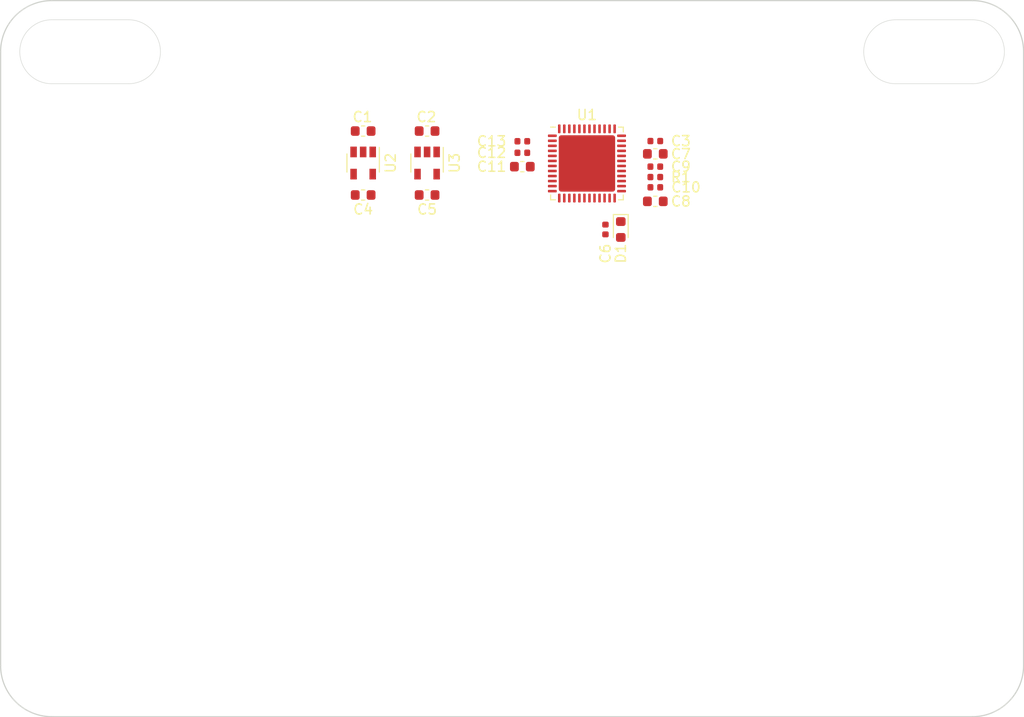
<source format=kicad_pcb>
(kicad_pcb (version 20171130) (host pcbnew "(6.0.0-rc1-dev-657-gafd518d1e)")

  (general
    (thickness 1.6)
    (drawings 16)
    (tracks 0)
    (zones 0)
    (modules 18)
    (nets 50)
  )

  (page A4)
  (layers
    (0 F.Cu signal)
    (31 B.Cu signal)
    (32 B.Adhes user)
    (33 F.Adhes user)
    (34 B.Paste user)
    (35 F.Paste user)
    (36 B.SilkS user)
    (37 F.SilkS user)
    (38 B.Mask user)
    (39 F.Mask user)
    (40 Dwgs.User user)
    (41 Cmts.User user)
    (42 Eco1.User user)
    (43 Eco2.User user)
    (44 Edge.Cuts user)
    (45 Margin user)
    (46 B.CrtYd user)
    (47 F.CrtYd user)
    (48 B.Fab user)
    (49 F.Fab user hide)
  )

  (setup
    (last_trace_width 0.25)
    (trace_clearance 0.2)
    (zone_clearance 0.508)
    (zone_45_only no)
    (trace_min 0.2)
    (via_size 0.8)
    (via_drill 0.4)
    (via_min_size 0.4)
    (via_min_drill 0.3)
    (uvia_size 0.3)
    (uvia_drill 0.1)
    (uvias_allowed no)
    (uvia_min_size 0.2)
    (uvia_min_drill 0.1)
    (edge_width 0.05)
    (segment_width 0.2)
    (pcb_text_width 0.3)
    (pcb_text_size 1.5 1.5)
    (mod_edge_width 0.12)
    (mod_text_size 1 1)
    (mod_text_width 0.15)
    (pad_size 1.524 1.524)
    (pad_drill 0.762)
    (pad_to_mask_clearance 0.051)
    (solder_mask_min_width 0.25)
    (aux_axis_origin 0 0)
    (visible_elements FFFFFF7F)
    (pcbplotparams
      (layerselection 0x010fc_ffffffff)
      (usegerberextensions false)
      (usegerberattributes false)
      (usegerberadvancedattributes false)
      (creategerberjobfile false)
      (excludeedgelayer true)
      (linewidth 0.100000)
      (plotframeref false)
      (viasonmask false)
      (mode 1)
      (useauxorigin false)
      (hpglpennumber 1)
      (hpglpenspeed 20)
      (hpglpendiameter 15.000000)
      (psnegative false)
      (psa4output false)
      (plotreference true)
      (plotvalue true)
      (plotinvisibletext false)
      (padsonsilk false)
      (subtractmaskfromsilk false)
      (outputformat 1)
      (mirror false)
      (drillshape 1)
      (scaleselection 1)
      (outputdirectory ""))
  )

  (net 0 "")
  (net 1 "Net-(U1-Pad48)")
  (net 2 "Net-(U1-Pad47)")
  (net 3 "Net-(U1-Pad46)")
  (net 4 "Net-(U1-Pad45)")
  (net 5 "Net-(U1-Pad44)")
  (net 6 "Net-(U1-Pad43)")
  (net 7 "Net-(U1-Pad42)")
  (net 8 "Net-(U1-Pad41)")
  (net 9 "Net-(U1-Pad40)")
  (net 10 "Net-(U1-Pad39)")
  (net 11 "Net-(U1-Pad38)")
  (net 12 "Net-(U1-Pad37)")
  (net 13 "Net-(U1-Pad36)")
  (net 14 "Net-(U1-Pad35)")
  (net 15 "Net-(U1-Pad34)")
  (net 16 "Net-(U1-Pad32)")
  (net 17 "Net-(U1-Pad31)")
  (net 18 "Net-(U1-Pad28)")
  (net 19 "Net-(U1-Pad27)")
  (net 20 "Net-(U1-Pad26)")
  (net 21 "Net-(U1-Pad25)")
  (net 22 "Net-(U1-Pad23)")
  (net 23 "Net-(U1-Pad21)")
  (net 24 "Net-(U1-Pad20)")
  (net 25 "Net-(U1-Pad19)")
  (net 26 "Net-(U1-Pad18)")
  (net 27 "Net-(U1-Pad17)")
  (net 28 "Net-(U1-Pad16)")
  (net 29 "Net-(U1-Pad15)")
  (net 30 "Net-(U1-Pad14)")
  (net 31 "Net-(U1-Pad13)")
  (net 32 "Net-(U1-Pad12)")
  (net 33 "Net-(U1-Pad11)")
  (net 34 "Net-(U1-Pad10)")
  (net 35 "Net-(U1-Pad9)")
  (net 36 "Net-(U1-Pad8)")
  (net 37 "Net-(U1-Pad7)")
  (net 38 "Net-(U1-Pad6)")
  (net 39 "Net-(U1-Pad4)")
  (net 40 "Net-(U1-Pad3)")
  (net 41 "Net-(U1-Pad2)")
  (net 42 GND)
  (net 43 +5V)
  (net 44 +3V3)
  (net 45 +1V2)
  (net 46 "Net-(C10-Pad1)")
  (net 47 "Net-(D1-Pad1)")
  (net 48 "Net-(U2-Pad4)")
  (net 49 "Net-(U3-Pad4)")

  (net_class Default "This is the default net class."
    (clearance 0.2)
    (trace_width 0.25)
    (via_dia 0.8)
    (via_drill 0.4)
    (uvia_dia 0.3)
    (uvia_drill 0.1)
    (add_net +1V2)
    (add_net +3V3)
    (add_net +5V)
    (add_net GND)
    (add_net "Net-(C10-Pad1)")
    (add_net "Net-(D1-Pad1)")
    (add_net "Net-(U1-Pad10)")
    (add_net "Net-(U1-Pad11)")
    (add_net "Net-(U1-Pad12)")
    (add_net "Net-(U1-Pad13)")
    (add_net "Net-(U1-Pad14)")
    (add_net "Net-(U1-Pad15)")
    (add_net "Net-(U1-Pad16)")
    (add_net "Net-(U1-Pad17)")
    (add_net "Net-(U1-Pad18)")
    (add_net "Net-(U1-Pad19)")
    (add_net "Net-(U1-Pad2)")
    (add_net "Net-(U1-Pad20)")
    (add_net "Net-(U1-Pad21)")
    (add_net "Net-(U1-Pad23)")
    (add_net "Net-(U1-Pad25)")
    (add_net "Net-(U1-Pad26)")
    (add_net "Net-(U1-Pad27)")
    (add_net "Net-(U1-Pad28)")
    (add_net "Net-(U1-Pad3)")
    (add_net "Net-(U1-Pad31)")
    (add_net "Net-(U1-Pad32)")
    (add_net "Net-(U1-Pad34)")
    (add_net "Net-(U1-Pad35)")
    (add_net "Net-(U1-Pad36)")
    (add_net "Net-(U1-Pad37)")
    (add_net "Net-(U1-Pad38)")
    (add_net "Net-(U1-Pad39)")
    (add_net "Net-(U1-Pad4)")
    (add_net "Net-(U1-Pad40)")
    (add_net "Net-(U1-Pad41)")
    (add_net "Net-(U1-Pad42)")
    (add_net "Net-(U1-Pad43)")
    (add_net "Net-(U1-Pad44)")
    (add_net "Net-(U1-Pad45)")
    (add_net "Net-(U1-Pad46)")
    (add_net "Net-(U1-Pad47)")
    (add_net "Net-(U1-Pad48)")
    (add_net "Net-(U1-Pad6)")
    (add_net "Net-(U1-Pad7)")
    (add_net "Net-(U1-Pad8)")
    (add_net "Net-(U1-Pad9)")
    (add_net "Net-(U2-Pad4)")
    (add_net "Net-(U3-Pad4)")
  )

  (module Package_TO_SOT_SMD:SOT-23-5 (layer F.Cu) (tedit 5A02FF57) (tstamp 5C9C6B4E)
    (at 118.557288 66.931799 270)
    (descr "5-pin SOT23 package")
    (tags SOT-23-5)
    (path /5C9D2C2F)
    (attr smd)
    (fp_text reference U3 (at -0.002799 -2.727712 270) (layer F.SilkS)
      (effects (font (size 1 1) (thickness 0.15)))
    )
    (fp_text value TLV70033_SOT23-5 (at 0 2.9 270) (layer F.Fab)
      (effects (font (size 1 1) (thickness 0.15)))
    )
    (fp_line (start 0.9 -1.55) (end 0.9 1.55) (layer F.Fab) (width 0.1))
    (fp_line (start 0.9 1.55) (end -0.9 1.55) (layer F.Fab) (width 0.1))
    (fp_line (start -0.9 -0.9) (end -0.9 1.55) (layer F.Fab) (width 0.1))
    (fp_line (start 0.9 -1.55) (end -0.25 -1.55) (layer F.Fab) (width 0.1))
    (fp_line (start -0.9 -0.9) (end -0.25 -1.55) (layer F.Fab) (width 0.1))
    (fp_line (start -1.9 1.8) (end -1.9 -1.8) (layer F.CrtYd) (width 0.05))
    (fp_line (start 1.9 1.8) (end -1.9 1.8) (layer F.CrtYd) (width 0.05))
    (fp_line (start 1.9 -1.8) (end 1.9 1.8) (layer F.CrtYd) (width 0.05))
    (fp_line (start -1.9 -1.8) (end 1.9 -1.8) (layer F.CrtYd) (width 0.05))
    (fp_line (start 0.9 -1.61) (end -1.55 -1.61) (layer F.SilkS) (width 0.12))
    (fp_line (start -0.9 1.61) (end 0.9 1.61) (layer F.SilkS) (width 0.12))
    (fp_text user %R (at 0 0) (layer F.Fab)
      (effects (font (size 0.5 0.5) (thickness 0.075)))
    )
    (pad 5 smd rect (at 1.1 -0.95 270) (size 1.06 0.65) (layers F.Cu F.Paste F.Mask)
      (net 44 +3V3))
    (pad 4 smd rect (at 1.1 0.95 270) (size 1.06 0.65) (layers F.Cu F.Paste F.Mask)
      (net 49 "Net-(U3-Pad4)"))
    (pad 3 smd rect (at -1.1 0.95 270) (size 1.06 0.65) (layers F.Cu F.Paste F.Mask)
      (net 43 +5V))
    (pad 2 smd rect (at -1.1 0 270) (size 1.06 0.65) (layers F.Cu F.Paste F.Mask)
      (net 42 GND))
    (pad 1 smd rect (at -1.1 -0.95 270) (size 1.06 0.65) (layers F.Cu F.Paste F.Mask)
      (net 43 +5V))
    (model ${KISYS3DMOD}/Package_TO_SOT_SMD.3dshapes/SOT-23-5.wrl
      (at (xyz 0 0 0))
      (scale (xyz 1 1 1))
      (rotate (xyz 0 0 0))
    )
  )

  (module Package_TO_SOT_SMD:SOT-23-5 (layer F.Cu) (tedit 5A02FF57) (tstamp 5C9C6B39)
    (at 112.207288 66.931799 270)
    (descr "5-pin SOT23 package")
    (tags SOT-23-5)
    (path /5C9C657E)
    (attr smd)
    (fp_text reference U2 (at -0.002799 -2.727712 270) (layer F.SilkS)
      (effects (font (size 1 1) (thickness 0.15)))
    )
    (fp_text value TLV70012_SOT23-5 (at 0 2.9 270) (layer F.Fab)
      (effects (font (size 1 1) (thickness 0.15)))
    )
    (fp_line (start 0.9 -1.55) (end 0.9 1.55) (layer F.Fab) (width 0.1))
    (fp_line (start 0.9 1.55) (end -0.9 1.55) (layer F.Fab) (width 0.1))
    (fp_line (start -0.9 -0.9) (end -0.9 1.55) (layer F.Fab) (width 0.1))
    (fp_line (start 0.9 -1.55) (end -0.25 -1.55) (layer F.Fab) (width 0.1))
    (fp_line (start -0.9 -0.9) (end -0.25 -1.55) (layer F.Fab) (width 0.1))
    (fp_line (start -1.9 1.8) (end -1.9 -1.8) (layer F.CrtYd) (width 0.05))
    (fp_line (start 1.9 1.8) (end -1.9 1.8) (layer F.CrtYd) (width 0.05))
    (fp_line (start 1.9 -1.8) (end 1.9 1.8) (layer F.CrtYd) (width 0.05))
    (fp_line (start -1.9 -1.8) (end 1.9 -1.8) (layer F.CrtYd) (width 0.05))
    (fp_line (start 0.9 -1.61) (end -1.55 -1.61) (layer F.SilkS) (width 0.12))
    (fp_line (start -0.9 1.61) (end 0.9 1.61) (layer F.SilkS) (width 0.12))
    (fp_text user %R (at 0 0) (layer F.Fab)
      (effects (font (size 0.5 0.5) (thickness 0.075)))
    )
    (pad 5 smd rect (at 1.1 -0.95 270) (size 1.06 0.65) (layers F.Cu F.Paste F.Mask)
      (net 45 +1V2))
    (pad 4 smd rect (at 1.1 0.95 270) (size 1.06 0.65) (layers F.Cu F.Paste F.Mask)
      (net 48 "Net-(U2-Pad4)"))
    (pad 3 smd rect (at -1.1 0.95 270) (size 1.06 0.65) (layers F.Cu F.Paste F.Mask)
      (net 43 +5V))
    (pad 2 smd rect (at -1.1 0 270) (size 1.06 0.65) (layers F.Cu F.Paste F.Mask)
      (net 42 GND))
    (pad 1 smd rect (at -1.1 -0.95 270) (size 1.06 0.65) (layers F.Cu F.Paste F.Mask)
      (net 43 +5V))
    (model ${KISYS3DMOD}/Package_TO_SOT_SMD.3dshapes/SOT-23-5.wrl
      (at (xyz 0 0 0))
      (scale (xyz 1 1 1))
      (rotate (xyz 0 0 0))
    )
  )

  (module Resistor_SMD:R_0402_1005Metric (layer F.Cu) (tedit 5B301BBD) (tstamp 5C9C75D1)
    (at 141.224 68.326)
    (descr "Resistor SMD 0402 (1005 Metric), square (rectangular) end terminal, IPC_7351 nominal, (Body size source: http://www.tortai-tech.com/upload/download/2011102023233369053.pdf), generated with kicad-footprint-generator")
    (tags resistor)
    (path /5C9C9316)
    (attr smd)
    (fp_text reference R1 (at 2.54 0) (layer F.SilkS)
      (effects (font (size 1 1) (thickness 0.15)))
    )
    (fp_text value 100 (at 0 1.17) (layer F.Fab)
      (effects (font (size 1 1) (thickness 0.15)))
    )
    (fp_text user %R (at 0 0) (layer F.Fab)
      (effects (font (size 0.25 0.25) (thickness 0.04)))
    )
    (fp_line (start 0.93 0.47) (end -0.93 0.47) (layer F.CrtYd) (width 0.05))
    (fp_line (start 0.93 -0.47) (end 0.93 0.47) (layer F.CrtYd) (width 0.05))
    (fp_line (start -0.93 -0.47) (end 0.93 -0.47) (layer F.CrtYd) (width 0.05))
    (fp_line (start -0.93 0.47) (end -0.93 -0.47) (layer F.CrtYd) (width 0.05))
    (fp_line (start 0.5 0.25) (end -0.5 0.25) (layer F.Fab) (width 0.1))
    (fp_line (start 0.5 -0.25) (end 0.5 0.25) (layer F.Fab) (width 0.1))
    (fp_line (start -0.5 -0.25) (end 0.5 -0.25) (layer F.Fab) (width 0.1))
    (fp_line (start -0.5 0.25) (end -0.5 -0.25) (layer F.Fab) (width 0.1))
    (pad 2 smd roundrect (at 0.485 0) (size 0.59 0.64) (layers F.Cu F.Paste F.Mask) (roundrect_rratio 0.25)
      (net 46 "Net-(C10-Pad1)"))
    (pad 1 smd roundrect (at -0.485 0) (size 0.59 0.64) (layers F.Cu F.Paste F.Mask) (roundrect_rratio 0.25)
      (net 45 +1V2))
    (model ${KISYS3DMOD}/Resistor_SMD.3dshapes/R_0402_1005Metric.wrl
      (at (xyz 0 0 0))
      (scale (xyz 1 1 1))
      (rotate (xyz 0 0 0))
    )
  )

  (module Diode_SMD:D_0603_1608Metric (layer F.Cu) (tedit 5B301BBE) (tstamp 5C9C6A6B)
    (at 137.795 73.533 270)
    (descr "Diode SMD 0603 (1608 Metric), square (rectangular) end terminal, IPC_7351 nominal, (Body size source: http://www.tortai-tech.com/upload/download/2011102023233369053.pdf), generated with kicad-footprint-generator")
    (tags diode)
    (path /5C9C5D8C)
    (attr smd)
    (fp_text reference D1 (at 2.3875 0 270) (layer F.SilkS)
      (effects (font (size 1 1) (thickness 0.15)))
    )
    (fp_text value CDBU0520 (at 0 1.43 270) (layer F.Fab)
      (effects (font (size 1 1) (thickness 0.15)))
    )
    (fp_text user %R (at 0 0 270) (layer F.Fab)
      (effects (font (size 0.4 0.4) (thickness 0.06)))
    )
    (fp_line (start 1.48 0.73) (end -1.48 0.73) (layer F.CrtYd) (width 0.05))
    (fp_line (start 1.48 -0.73) (end 1.48 0.73) (layer F.CrtYd) (width 0.05))
    (fp_line (start -1.48 -0.73) (end 1.48 -0.73) (layer F.CrtYd) (width 0.05))
    (fp_line (start -1.48 0.73) (end -1.48 -0.73) (layer F.CrtYd) (width 0.05))
    (fp_line (start -1.485 0.735) (end 0.8 0.735) (layer F.SilkS) (width 0.12))
    (fp_line (start -1.485 -0.735) (end -1.485 0.735) (layer F.SilkS) (width 0.12))
    (fp_line (start 0.8 -0.735) (end -1.485 -0.735) (layer F.SilkS) (width 0.12))
    (fp_line (start 0.8 0.4) (end 0.8 -0.4) (layer F.Fab) (width 0.1))
    (fp_line (start -0.8 0.4) (end 0.8 0.4) (layer F.Fab) (width 0.1))
    (fp_line (start -0.8 -0.1) (end -0.8 0.4) (layer F.Fab) (width 0.1))
    (fp_line (start -0.5 -0.4) (end -0.8 -0.1) (layer F.Fab) (width 0.1))
    (fp_line (start 0.8 -0.4) (end -0.5 -0.4) (layer F.Fab) (width 0.1))
    (pad 2 smd roundrect (at 0.7875 0 270) (size 0.875 0.95) (layers F.Cu F.Paste F.Mask) (roundrect_rratio 0.25)
      (net 44 +3V3))
    (pad 1 smd roundrect (at -0.7875 0 270) (size 0.875 0.95) (layers F.Cu F.Paste F.Mask) (roundrect_rratio 0.25)
      (net 47 "Net-(D1-Pad1)"))
    (model ${KISYS3DMOD}/Diode_SMD.3dshapes/D_0603_1608Metric.wrl
      (at (xyz 0 0 0))
      (scale (xyz 1 1 1))
      (rotate (xyz 0 0 0))
    )
  )

  (module Capacitor_SMD:C_0402_1005Metric (layer F.Cu) (tedit 5B301BBE) (tstamp 5C9C70CC)
    (at 128.016 64.77)
    (descr "Capacitor SMD 0402 (1005 Metric), square (rectangular) end terminal, IPC_7351 nominal, (Body size source: http://www.tortai-tech.com/upload/download/2011102023233369053.pdf), generated with kicad-footprint-generator")
    (tags capacitor)
    (path /5C9D1C1D)
    (attr smd)
    (fp_text reference C13 (at -3.048 0) (layer F.SilkS)
      (effects (font (size 1 1) (thickness 0.15)))
    )
    (fp_text value .1uF (at 0 1.17) (layer F.Fab)
      (effects (font (size 1 1) (thickness 0.15)))
    )
    (fp_text user %R (at 0 0) (layer F.Fab)
      (effects (font (size 0.25 0.25) (thickness 0.04)))
    )
    (fp_line (start 0.93 0.47) (end -0.93 0.47) (layer F.CrtYd) (width 0.05))
    (fp_line (start 0.93 -0.47) (end 0.93 0.47) (layer F.CrtYd) (width 0.05))
    (fp_line (start -0.93 -0.47) (end 0.93 -0.47) (layer F.CrtYd) (width 0.05))
    (fp_line (start -0.93 0.47) (end -0.93 -0.47) (layer F.CrtYd) (width 0.05))
    (fp_line (start 0.5 0.25) (end -0.5 0.25) (layer F.Fab) (width 0.1))
    (fp_line (start 0.5 -0.25) (end 0.5 0.25) (layer F.Fab) (width 0.1))
    (fp_line (start -0.5 -0.25) (end 0.5 -0.25) (layer F.Fab) (width 0.1))
    (fp_line (start -0.5 0.25) (end -0.5 -0.25) (layer F.Fab) (width 0.1))
    (pad 2 smd roundrect (at 0.485 0) (size 0.59 0.64) (layers F.Cu F.Paste F.Mask) (roundrect_rratio 0.25)
      (net 44 +3V3))
    (pad 1 smd roundrect (at -0.485 0) (size 0.59 0.64) (layers F.Cu F.Paste F.Mask) (roundrect_rratio 0.25)
      (net 42 GND))
    (model ${KISYS3DMOD}/Capacitor_SMD.3dshapes/C_0402_1005Metric.wrl
      (at (xyz 0 0 0))
      (scale (xyz 1 1 1))
      (rotate (xyz 0 0 0))
    )
  )

  (module Capacitor_SMD:C_0402_1005Metric (layer F.Cu) (tedit 5B301BBE) (tstamp 5C9C6A49)
    (at 128.016 65.913 180)
    (descr "Capacitor SMD 0402 (1005 Metric), square (rectangular) end terminal, IPC_7351 nominal, (Body size source: http://www.tortai-tech.com/upload/download/2011102023233369053.pdf), generated with kicad-footprint-generator")
    (tags capacitor)
    (path /5C9CAA2B)
    (attr smd)
    (fp_text reference C12 (at 3.048 0 180) (layer F.SilkS)
      (effects (font (size 1 1) (thickness 0.15)))
    )
    (fp_text value .1uF (at 0 1.17 180) (layer F.Fab)
      (effects (font (size 1 1) (thickness 0.15)))
    )
    (fp_text user %R (at 0 0 180) (layer F.Fab)
      (effects (font (size 0.25 0.25) (thickness 0.04)))
    )
    (fp_line (start 0.93 0.47) (end -0.93 0.47) (layer F.CrtYd) (width 0.05))
    (fp_line (start 0.93 -0.47) (end 0.93 0.47) (layer F.CrtYd) (width 0.05))
    (fp_line (start -0.93 -0.47) (end 0.93 -0.47) (layer F.CrtYd) (width 0.05))
    (fp_line (start -0.93 0.47) (end -0.93 -0.47) (layer F.CrtYd) (width 0.05))
    (fp_line (start 0.5 0.25) (end -0.5 0.25) (layer F.Fab) (width 0.1))
    (fp_line (start 0.5 -0.25) (end 0.5 0.25) (layer F.Fab) (width 0.1))
    (fp_line (start -0.5 -0.25) (end 0.5 -0.25) (layer F.Fab) (width 0.1))
    (fp_line (start -0.5 0.25) (end -0.5 -0.25) (layer F.Fab) (width 0.1))
    (pad 2 smd roundrect (at 0.485 0 180) (size 0.59 0.64) (layers F.Cu F.Paste F.Mask) (roundrect_rratio 0.25)
      (net 42 GND))
    (pad 1 smd roundrect (at -0.485 0 180) (size 0.59 0.64) (layers F.Cu F.Paste F.Mask) (roundrect_rratio 0.25)
      (net 45 +1V2))
    (model ${KISYS3DMOD}/Capacitor_SMD.3dshapes/C_0402_1005Metric.wrl
      (at (xyz 0 0 0))
      (scale (xyz 1 1 1))
      (rotate (xyz 0 0 0))
    )
  )

  (module Capacitor_SMD:C_0603_1608Metric (layer F.Cu) (tedit 5B301BBE) (tstamp 5C9C6A3A)
    (at 128.01611 67.289806 180)
    (descr "Capacitor SMD 0603 (1608 Metric), square (rectangular) end terminal, IPC_7351 nominal, (Body size source: http://www.tortai-tech.com/upload/download/2011102023233369053.pdf), generated with kicad-footprint-generator")
    (tags capacitor)
    (path /5C9CAA24)
    (attr smd)
    (fp_text reference C11 (at 3.048 0 180) (layer F.SilkS)
      (effects (font (size 1 1) (thickness 0.15)))
    )
    (fp_text value 10uF (at 0 1.43 180) (layer F.Fab)
      (effects (font (size 1 1) (thickness 0.15)))
    )
    (fp_text user %R (at 0 0 180) (layer F.Fab)
      (effects (font (size 0.4 0.4) (thickness 0.06)))
    )
    (fp_line (start 1.48 0.73) (end -1.48 0.73) (layer F.CrtYd) (width 0.05))
    (fp_line (start 1.48 -0.73) (end 1.48 0.73) (layer F.CrtYd) (width 0.05))
    (fp_line (start -1.48 -0.73) (end 1.48 -0.73) (layer F.CrtYd) (width 0.05))
    (fp_line (start -1.48 0.73) (end -1.48 -0.73) (layer F.CrtYd) (width 0.05))
    (fp_line (start -0.162779 0.51) (end 0.162779 0.51) (layer F.SilkS) (width 0.12))
    (fp_line (start -0.162779 -0.51) (end 0.162779 -0.51) (layer F.SilkS) (width 0.12))
    (fp_line (start 0.8 0.4) (end -0.8 0.4) (layer F.Fab) (width 0.1))
    (fp_line (start 0.8 -0.4) (end 0.8 0.4) (layer F.Fab) (width 0.1))
    (fp_line (start -0.8 -0.4) (end 0.8 -0.4) (layer F.Fab) (width 0.1))
    (fp_line (start -0.8 0.4) (end -0.8 -0.4) (layer F.Fab) (width 0.1))
    (pad 2 smd roundrect (at 0.7875 0 180) (size 0.875 0.95) (layers F.Cu F.Paste F.Mask) (roundrect_rratio 0.25)
      (net 42 GND))
    (pad 1 smd roundrect (at -0.7875 0 180) (size 0.875 0.95) (layers F.Cu F.Paste F.Mask) (roundrect_rratio 0.25)
      (net 45 +1V2))
    (model ${KISYS3DMOD}/Capacitor_SMD.3dshapes/C_0603_1608Metric.wrl
      (at (xyz 0 0 0))
      (scale (xyz 1 1 1))
      (rotate (xyz 0 0 0))
    )
  )

  (module Capacitor_SMD:C_0402_1005Metric (layer F.Cu) (tedit 5B301BBE) (tstamp 5C9C6A29)
    (at 141.224 69.342)
    (descr "Capacitor SMD 0402 (1005 Metric), square (rectangular) end terminal, IPC_7351 nominal, (Body size source: http://www.tortai-tech.com/upload/download/2011102023233369053.pdf), generated with kicad-footprint-generator")
    (tags capacitor)
    (path /5C9C7C55)
    (attr smd)
    (fp_text reference C10 (at 3.048 0) (layer F.SilkS)
      (effects (font (size 1 1) (thickness 0.15)))
    )
    (fp_text value .1uF (at 0 1.17) (layer F.Fab)
      (effects (font (size 1 1) (thickness 0.15)))
    )
    (fp_text user %R (at 0 0) (layer F.Fab)
      (effects (font (size 0.25 0.25) (thickness 0.04)))
    )
    (fp_line (start 0.93 0.47) (end -0.93 0.47) (layer F.CrtYd) (width 0.05))
    (fp_line (start 0.93 -0.47) (end 0.93 0.47) (layer F.CrtYd) (width 0.05))
    (fp_line (start -0.93 -0.47) (end 0.93 -0.47) (layer F.CrtYd) (width 0.05))
    (fp_line (start -0.93 0.47) (end -0.93 -0.47) (layer F.CrtYd) (width 0.05))
    (fp_line (start 0.5 0.25) (end -0.5 0.25) (layer F.Fab) (width 0.1))
    (fp_line (start 0.5 -0.25) (end 0.5 0.25) (layer F.Fab) (width 0.1))
    (fp_line (start -0.5 -0.25) (end 0.5 -0.25) (layer F.Fab) (width 0.1))
    (fp_line (start -0.5 0.25) (end -0.5 -0.25) (layer F.Fab) (width 0.1))
    (pad 2 smd roundrect (at 0.485 0) (size 0.59 0.64) (layers F.Cu F.Paste F.Mask) (roundrect_rratio 0.25)
      (net 42 GND))
    (pad 1 smd roundrect (at -0.485 0) (size 0.59 0.64) (layers F.Cu F.Paste F.Mask) (roundrect_rratio 0.25)
      (net 46 "Net-(C10-Pad1)"))
    (model ${KISYS3DMOD}/Capacitor_SMD.3dshapes/C_0402_1005Metric.wrl
      (at (xyz 0 0 0))
      (scale (xyz 1 1 1))
      (rotate (xyz 0 0 0))
    )
  )

  (module Capacitor_SMD:C_0402_1005Metric (layer F.Cu) (tedit 5B301BBE) (tstamp 5C9C6A1A)
    (at 141.22411 67.289806)
    (descr "Capacitor SMD 0402 (1005 Metric), square (rectangular) end terminal, IPC_7351 nominal, (Body size source: http://www.tortai-tech.com/upload/download/2011102023233369053.pdf), generated with kicad-footprint-generator")
    (tags capacitor)
    (path /5C9C7D0D)
    (attr smd)
    (fp_text reference C9 (at 2.53989 0) (layer F.SilkS)
      (effects (font (size 1 1) (thickness 0.15)))
    )
    (fp_text value .1uF (at 0 1.17) (layer F.Fab)
      (effects (font (size 1 1) (thickness 0.15)))
    )
    (fp_text user %R (at 0 0) (layer F.Fab)
      (effects (font (size 0.25 0.25) (thickness 0.04)))
    )
    (fp_line (start 0.93 0.47) (end -0.93 0.47) (layer F.CrtYd) (width 0.05))
    (fp_line (start 0.93 -0.47) (end 0.93 0.47) (layer F.CrtYd) (width 0.05))
    (fp_line (start -0.93 -0.47) (end 0.93 -0.47) (layer F.CrtYd) (width 0.05))
    (fp_line (start -0.93 0.47) (end -0.93 -0.47) (layer F.CrtYd) (width 0.05))
    (fp_line (start 0.5 0.25) (end -0.5 0.25) (layer F.Fab) (width 0.1))
    (fp_line (start 0.5 -0.25) (end 0.5 0.25) (layer F.Fab) (width 0.1))
    (fp_line (start -0.5 -0.25) (end 0.5 -0.25) (layer F.Fab) (width 0.1))
    (fp_line (start -0.5 0.25) (end -0.5 -0.25) (layer F.Fab) (width 0.1))
    (pad 2 smd roundrect (at 0.485 0) (size 0.59 0.64) (layers F.Cu F.Paste F.Mask) (roundrect_rratio 0.25)
      (net 42 GND))
    (pad 1 smd roundrect (at -0.485 0) (size 0.59 0.64) (layers F.Cu F.Paste F.Mask) (roundrect_rratio 0.25)
      (net 45 +1V2))
    (model ${KISYS3DMOD}/Capacitor_SMD.3dshapes/C_0402_1005Metric.wrl
      (at (xyz 0 0 0))
      (scale (xyz 1 1 1))
      (rotate (xyz 0 0 0))
    )
  )

  (module Capacitor_SMD:C_0603_1608Metric (layer F.Cu) (tedit 5B301BBE) (tstamp 5C9C6A0B)
    (at 141.224 70.739)
    (descr "Capacitor SMD 0603 (1608 Metric), square (rectangular) end terminal, IPC_7351 nominal, (Body size source: http://www.tortai-tech.com/upload/download/2011102023233369053.pdf), generated with kicad-footprint-generator")
    (tags capacitor)
    (path /5C9C7BEF)
    (attr smd)
    (fp_text reference C8 (at 2.54 0) (layer F.SilkS)
      (effects (font (size 1 1) (thickness 0.15)))
    )
    (fp_text value 10uF (at 0 1.43) (layer F.Fab)
      (effects (font (size 1 1) (thickness 0.15)))
    )
    (fp_text user %R (at 0 0) (layer F.Fab)
      (effects (font (size 0.4 0.4) (thickness 0.06)))
    )
    (fp_line (start 1.48 0.73) (end -1.48 0.73) (layer F.CrtYd) (width 0.05))
    (fp_line (start 1.48 -0.73) (end 1.48 0.73) (layer F.CrtYd) (width 0.05))
    (fp_line (start -1.48 -0.73) (end 1.48 -0.73) (layer F.CrtYd) (width 0.05))
    (fp_line (start -1.48 0.73) (end -1.48 -0.73) (layer F.CrtYd) (width 0.05))
    (fp_line (start -0.162779 0.51) (end 0.162779 0.51) (layer F.SilkS) (width 0.12))
    (fp_line (start -0.162779 -0.51) (end 0.162779 -0.51) (layer F.SilkS) (width 0.12))
    (fp_line (start 0.8 0.4) (end -0.8 0.4) (layer F.Fab) (width 0.1))
    (fp_line (start 0.8 -0.4) (end 0.8 0.4) (layer F.Fab) (width 0.1))
    (fp_line (start -0.8 -0.4) (end 0.8 -0.4) (layer F.Fab) (width 0.1))
    (fp_line (start -0.8 0.4) (end -0.8 -0.4) (layer F.Fab) (width 0.1))
    (pad 2 smd roundrect (at 0.7875 0) (size 0.875 0.95) (layers F.Cu F.Paste F.Mask) (roundrect_rratio 0.25)
      (net 42 GND))
    (pad 1 smd roundrect (at -0.7875 0) (size 0.875 0.95) (layers F.Cu F.Paste F.Mask) (roundrect_rratio 0.25)
      (net 46 "Net-(C10-Pad1)"))
    (model ${KISYS3DMOD}/Capacitor_SMD.3dshapes/C_0603_1608Metric.wrl
      (at (xyz 0 0 0))
      (scale (xyz 1 1 1))
      (rotate (xyz 0 0 0))
    )
  )

  (module Capacitor_SMD:C_0603_1608Metric (layer F.Cu) (tedit 5B301BBE) (tstamp 5C9C930E)
    (at 141.224 66.019806)
    (descr "Capacitor SMD 0603 (1608 Metric), square (rectangular) end terminal, IPC_7351 nominal, (Body size source: http://www.tortai-tech.com/upload/download/2011102023233369053.pdf), generated with kicad-footprint-generator")
    (tags capacitor)
    (path /5C9C7CCB)
    (attr smd)
    (fp_text reference C7 (at 2.54 0.020194) (layer F.SilkS)
      (effects (font (size 1 1) (thickness 0.15)))
    )
    (fp_text value 10uF (at 0 1.43) (layer F.Fab)
      (effects (font (size 1 1) (thickness 0.15)))
    )
    (fp_text user %R (at 0 0) (layer F.Fab)
      (effects (font (size 0.4 0.4) (thickness 0.06)))
    )
    (fp_line (start 1.48 0.73) (end -1.48 0.73) (layer F.CrtYd) (width 0.05))
    (fp_line (start 1.48 -0.73) (end 1.48 0.73) (layer F.CrtYd) (width 0.05))
    (fp_line (start -1.48 -0.73) (end 1.48 -0.73) (layer F.CrtYd) (width 0.05))
    (fp_line (start -1.48 0.73) (end -1.48 -0.73) (layer F.CrtYd) (width 0.05))
    (fp_line (start -0.162779 0.51) (end 0.162779 0.51) (layer F.SilkS) (width 0.12))
    (fp_line (start -0.162779 -0.51) (end 0.162779 -0.51) (layer F.SilkS) (width 0.12))
    (fp_line (start 0.8 0.4) (end -0.8 0.4) (layer F.Fab) (width 0.1))
    (fp_line (start 0.8 -0.4) (end 0.8 0.4) (layer F.Fab) (width 0.1))
    (fp_line (start -0.8 -0.4) (end 0.8 -0.4) (layer F.Fab) (width 0.1))
    (fp_line (start -0.8 0.4) (end -0.8 -0.4) (layer F.Fab) (width 0.1))
    (pad 2 smd roundrect (at 0.7875 0) (size 0.875 0.95) (layers F.Cu F.Paste F.Mask) (roundrect_rratio 0.25)
      (net 42 GND))
    (pad 1 smd roundrect (at -0.7875 0) (size 0.875 0.95) (layers F.Cu F.Paste F.Mask) (roundrect_rratio 0.25)
      (net 45 +1V2))
    (model ${KISYS3DMOD}/Capacitor_SMD.3dshapes/C_0603_1608Metric.wrl
      (at (xyz 0 0 0))
      (scale (xyz 1 1 1))
      (rotate (xyz 0 0 0))
    )
  )

  (module Capacitor_SMD:C_0402_1005Metric (layer F.Cu) (tedit 5B301BBE) (tstamp 5C9C6F92)
    (at 136.271 73.533 90)
    (descr "Capacitor SMD 0402 (1005 Metric), square (rectangular) end terminal, IPC_7351 nominal, (Body size source: http://www.tortai-tech.com/upload/download/2011102023233369053.pdf), generated with kicad-footprint-generator")
    (tags capacitor)
    (path /5C9D01EF)
    (attr smd)
    (fp_text reference C6 (at -2.39 0 90) (layer F.SilkS)
      (effects (font (size 1 1) (thickness 0.15)))
    )
    (fp_text value .1uF (at 0 1.17 90) (layer F.Fab)
      (effects (font (size 1 1) (thickness 0.15)))
    )
    (fp_text user %R (at 0 0 90) (layer F.Fab)
      (effects (font (size 0.25 0.25) (thickness 0.04)))
    )
    (fp_line (start 0.93 0.47) (end -0.93 0.47) (layer F.CrtYd) (width 0.05))
    (fp_line (start 0.93 -0.47) (end 0.93 0.47) (layer F.CrtYd) (width 0.05))
    (fp_line (start -0.93 -0.47) (end 0.93 -0.47) (layer F.CrtYd) (width 0.05))
    (fp_line (start -0.93 0.47) (end -0.93 -0.47) (layer F.CrtYd) (width 0.05))
    (fp_line (start 0.5 0.25) (end -0.5 0.25) (layer F.Fab) (width 0.1))
    (fp_line (start 0.5 -0.25) (end 0.5 0.25) (layer F.Fab) (width 0.1))
    (fp_line (start -0.5 -0.25) (end 0.5 -0.25) (layer F.Fab) (width 0.1))
    (fp_line (start -0.5 0.25) (end -0.5 -0.25) (layer F.Fab) (width 0.1))
    (pad 2 smd roundrect (at 0.485 0 90) (size 0.59 0.64) (layers F.Cu F.Paste F.Mask) (roundrect_rratio 0.25)
      (net 44 +3V3))
    (pad 1 smd roundrect (at -0.485 0 90) (size 0.59 0.64) (layers F.Cu F.Paste F.Mask) (roundrect_rratio 0.25)
      (net 42 GND))
    (model ${KISYS3DMOD}/Capacitor_SMD.3dshapes/C_0402_1005Metric.wrl
      (at (xyz 0 0 0))
      (scale (xyz 1 1 1))
      (rotate (xyz 0 0 0))
    )
  )

  (module Capacitor_SMD:C_0603_1608Metric (layer F.Cu) (tedit 5B301BBE) (tstamp 5C9C69DA)
    (at 118.557288 70.106799 180)
    (descr "Capacitor SMD 0603 (1608 Metric), square (rectangular) end terminal, IPC_7351 nominal, (Body size source: http://www.tortai-tech.com/upload/download/2011102023233369053.pdf), generated with kicad-footprint-generator")
    (tags capacitor)
    (path /5C9D3BFC)
    (attr smd)
    (fp_text reference C5 (at 0 -1.43 180) (layer F.SilkS)
      (effects (font (size 1 1) (thickness 0.15)))
    )
    (fp_text value 1uF (at 0 1.43 180) (layer F.Fab)
      (effects (font (size 1 1) (thickness 0.15)))
    )
    (fp_text user %R (at 0 0 180) (layer F.Fab)
      (effects (font (size 0.4 0.4) (thickness 0.06)))
    )
    (fp_line (start 1.48 0.73) (end -1.48 0.73) (layer F.CrtYd) (width 0.05))
    (fp_line (start 1.48 -0.73) (end 1.48 0.73) (layer F.CrtYd) (width 0.05))
    (fp_line (start -1.48 -0.73) (end 1.48 -0.73) (layer F.CrtYd) (width 0.05))
    (fp_line (start -1.48 0.73) (end -1.48 -0.73) (layer F.CrtYd) (width 0.05))
    (fp_line (start -0.162779 0.51) (end 0.162779 0.51) (layer F.SilkS) (width 0.12))
    (fp_line (start -0.162779 -0.51) (end 0.162779 -0.51) (layer F.SilkS) (width 0.12))
    (fp_line (start 0.8 0.4) (end -0.8 0.4) (layer F.Fab) (width 0.1))
    (fp_line (start 0.8 -0.4) (end 0.8 0.4) (layer F.Fab) (width 0.1))
    (fp_line (start -0.8 -0.4) (end 0.8 -0.4) (layer F.Fab) (width 0.1))
    (fp_line (start -0.8 0.4) (end -0.8 -0.4) (layer F.Fab) (width 0.1))
    (pad 2 smd roundrect (at 0.7875 0 180) (size 0.875 0.95) (layers F.Cu F.Paste F.Mask) (roundrect_rratio 0.25)
      (net 42 GND))
    (pad 1 smd roundrect (at -0.7875 0 180) (size 0.875 0.95) (layers F.Cu F.Paste F.Mask) (roundrect_rratio 0.25)
      (net 44 +3V3))
    (model ${KISYS3DMOD}/Capacitor_SMD.3dshapes/C_0603_1608Metric.wrl
      (at (xyz 0 0 0))
      (scale (xyz 1 1 1))
      (rotate (xyz 0 0 0))
    )
  )

  (module Capacitor_SMD:C_0603_1608Metric (layer F.Cu) (tedit 5B301BBE) (tstamp 5C9C6E62)
    (at 112.207288 70.106799 180)
    (descr "Capacitor SMD 0603 (1608 Metric), square (rectangular) end terminal, IPC_7351 nominal, (Body size source: http://www.tortai-tech.com/upload/download/2011102023233369053.pdf), generated with kicad-footprint-generator")
    (tags capacitor)
    (path /5C9C74F5)
    (attr smd)
    (fp_text reference C4 (at 0 -1.43 180) (layer F.SilkS)
      (effects (font (size 1 1) (thickness 0.15)))
    )
    (fp_text value 1uF (at 0 1.43 180) (layer F.Fab)
      (effects (font (size 1 1) (thickness 0.15)))
    )
    (fp_text user %R (at 0 0 180) (layer F.Fab)
      (effects (font (size 0.4 0.4) (thickness 0.06)))
    )
    (fp_line (start 1.48 0.73) (end -1.48 0.73) (layer F.CrtYd) (width 0.05))
    (fp_line (start 1.48 -0.73) (end 1.48 0.73) (layer F.CrtYd) (width 0.05))
    (fp_line (start -1.48 -0.73) (end 1.48 -0.73) (layer F.CrtYd) (width 0.05))
    (fp_line (start -1.48 0.73) (end -1.48 -0.73) (layer F.CrtYd) (width 0.05))
    (fp_line (start -0.162779 0.51) (end 0.162779 0.51) (layer F.SilkS) (width 0.12))
    (fp_line (start -0.162779 -0.51) (end 0.162779 -0.51) (layer F.SilkS) (width 0.12))
    (fp_line (start 0.8 0.4) (end -0.8 0.4) (layer F.Fab) (width 0.1))
    (fp_line (start 0.8 -0.4) (end 0.8 0.4) (layer F.Fab) (width 0.1))
    (fp_line (start -0.8 -0.4) (end 0.8 -0.4) (layer F.Fab) (width 0.1))
    (fp_line (start -0.8 0.4) (end -0.8 -0.4) (layer F.Fab) (width 0.1))
    (pad 2 smd roundrect (at 0.7875 0 180) (size 0.875 0.95) (layers F.Cu F.Paste F.Mask) (roundrect_rratio 0.25)
      (net 42 GND))
    (pad 1 smd roundrect (at -0.7875 0 180) (size 0.875 0.95) (layers F.Cu F.Paste F.Mask) (roundrect_rratio 0.25)
      (net 45 +1V2))
    (model ${KISYS3DMOD}/Capacitor_SMD.3dshapes/C_0603_1608Metric.wrl
      (at (xyz 0 0 0))
      (scale (xyz 1 1 1))
      (rotate (xyz 0 0 0))
    )
  )

  (module Capacitor_SMD:C_0402_1005Metric (layer F.Cu) (tedit 5B301BBE) (tstamp 5C9C6F3D)
    (at 141.224111 64.749805 180)
    (descr "Capacitor SMD 0402 (1005 Metric), square (rectangular) end terminal, IPC_7351 nominal, (Body size source: http://www.tortai-tech.com/upload/download/2011102023233369053.pdf), generated with kicad-footprint-generator")
    (tags capacitor)
    (path /5C9CE86F)
    (attr smd)
    (fp_text reference C3 (at -2.539889 0 180) (layer F.SilkS)
      (effects (font (size 1 1) (thickness 0.15)))
    )
    (fp_text value .1uF (at 0 1.17 180) (layer F.Fab)
      (effects (font (size 1 1) (thickness 0.15)))
    )
    (fp_text user %R (at 0 0 180) (layer F.Fab)
      (effects (font (size 0.25 0.25) (thickness 0.04)))
    )
    (fp_line (start 0.93 0.47) (end -0.93 0.47) (layer F.CrtYd) (width 0.05))
    (fp_line (start 0.93 -0.47) (end 0.93 0.47) (layer F.CrtYd) (width 0.05))
    (fp_line (start -0.93 -0.47) (end 0.93 -0.47) (layer F.CrtYd) (width 0.05))
    (fp_line (start -0.93 0.47) (end -0.93 -0.47) (layer F.CrtYd) (width 0.05))
    (fp_line (start 0.5 0.25) (end -0.5 0.25) (layer F.Fab) (width 0.1))
    (fp_line (start 0.5 -0.25) (end 0.5 0.25) (layer F.Fab) (width 0.1))
    (fp_line (start -0.5 -0.25) (end 0.5 -0.25) (layer F.Fab) (width 0.1))
    (fp_line (start -0.5 0.25) (end -0.5 -0.25) (layer F.Fab) (width 0.1))
    (pad 2 smd roundrect (at 0.485 0 180) (size 0.59 0.64) (layers F.Cu F.Paste F.Mask) (roundrect_rratio 0.25)
      (net 44 +3V3))
    (pad 1 smd roundrect (at -0.485 0 180) (size 0.59 0.64) (layers F.Cu F.Paste F.Mask) (roundrect_rratio 0.25)
      (net 42 GND))
    (model ${KISYS3DMOD}/Capacitor_SMD.3dshapes/C_0402_1005Metric.wrl
      (at (xyz 0 0 0))
      (scale (xyz 1 1 1))
      (rotate (xyz 0 0 0))
    )
  )

  (module Capacitor_SMD:C_0603_1608Metric (layer F.Cu) (tedit 5B301BBE) (tstamp 5C9C69A9)
    (at 118.557288 63.756799 180)
    (descr "Capacitor SMD 0603 (1608 Metric), square (rectangular) end terminal, IPC_7351 nominal, (Body size source: http://www.tortai-tech.com/upload/download/2011102023233369053.pdf), generated with kicad-footprint-generator")
    (tags capacitor)
    (path /5C9D2F1E)
    (attr smd)
    (fp_text reference C2 (at 0.066288 1.399799 180) (layer F.SilkS)
      (effects (font (size 1 1) (thickness 0.15)))
    )
    (fp_text value 1uF (at 0 1.43 180) (layer F.Fab)
      (effects (font (size 1 1) (thickness 0.15)))
    )
    (fp_text user %R (at 0 0 180) (layer F.Fab)
      (effects (font (size 0.4 0.4) (thickness 0.06)))
    )
    (fp_line (start 1.48 0.73) (end -1.48 0.73) (layer F.CrtYd) (width 0.05))
    (fp_line (start 1.48 -0.73) (end 1.48 0.73) (layer F.CrtYd) (width 0.05))
    (fp_line (start -1.48 -0.73) (end 1.48 -0.73) (layer F.CrtYd) (width 0.05))
    (fp_line (start -1.48 0.73) (end -1.48 -0.73) (layer F.CrtYd) (width 0.05))
    (fp_line (start -0.162779 0.51) (end 0.162779 0.51) (layer F.SilkS) (width 0.12))
    (fp_line (start -0.162779 -0.51) (end 0.162779 -0.51) (layer F.SilkS) (width 0.12))
    (fp_line (start 0.8 0.4) (end -0.8 0.4) (layer F.Fab) (width 0.1))
    (fp_line (start 0.8 -0.4) (end 0.8 0.4) (layer F.Fab) (width 0.1))
    (fp_line (start -0.8 -0.4) (end 0.8 -0.4) (layer F.Fab) (width 0.1))
    (fp_line (start -0.8 0.4) (end -0.8 -0.4) (layer F.Fab) (width 0.1))
    (pad 2 smd roundrect (at 0.7875 0 180) (size 0.875 0.95) (layers F.Cu F.Paste F.Mask) (roundrect_rratio 0.25)
      (net 42 GND))
    (pad 1 smd roundrect (at -0.7875 0 180) (size 0.875 0.95) (layers F.Cu F.Paste F.Mask) (roundrect_rratio 0.25)
      (net 43 +5V))
    (model ${KISYS3DMOD}/Capacitor_SMD.3dshapes/C_0603_1608Metric.wrl
      (at (xyz 0 0 0))
      (scale (xyz 1 1 1))
      (rotate (xyz 0 0 0))
    )
  )

  (module Capacitor_SMD:C_0603_1608Metric (layer F.Cu) (tedit 5B301BBE) (tstamp 5C9C6998)
    (at 112.207288 63.756799 180)
    (descr "Capacitor SMD 0603 (1608 Metric), square (rectangular) end terminal, IPC_7351 nominal, (Body size source: http://www.tortai-tech.com/upload/download/2011102023233369053.pdf), generated with kicad-footprint-generator")
    (tags capacitor)
    (path /5C9C6B08)
    (attr smd)
    (fp_text reference C1 (at 0.066288 1.399799 180) (layer F.SilkS)
      (effects (font (size 1 1) (thickness 0.15)))
    )
    (fp_text value 1uF (at 0 1.43 180) (layer F.Fab)
      (effects (font (size 1 1) (thickness 0.15)))
    )
    (fp_text user %R (at 0 0 180) (layer F.Fab)
      (effects (font (size 0.4 0.4) (thickness 0.06)))
    )
    (fp_line (start 1.48 0.73) (end -1.48 0.73) (layer F.CrtYd) (width 0.05))
    (fp_line (start 1.48 -0.73) (end 1.48 0.73) (layer F.CrtYd) (width 0.05))
    (fp_line (start -1.48 -0.73) (end 1.48 -0.73) (layer F.CrtYd) (width 0.05))
    (fp_line (start -1.48 0.73) (end -1.48 -0.73) (layer F.CrtYd) (width 0.05))
    (fp_line (start -0.162779 0.51) (end 0.162779 0.51) (layer F.SilkS) (width 0.12))
    (fp_line (start -0.162779 -0.51) (end 0.162779 -0.51) (layer F.SilkS) (width 0.12))
    (fp_line (start 0.8 0.4) (end -0.8 0.4) (layer F.Fab) (width 0.1))
    (fp_line (start 0.8 -0.4) (end 0.8 0.4) (layer F.Fab) (width 0.1))
    (fp_line (start -0.8 -0.4) (end 0.8 -0.4) (layer F.Fab) (width 0.1))
    (fp_line (start -0.8 0.4) (end -0.8 -0.4) (layer F.Fab) (width 0.1))
    (pad 2 smd roundrect (at 0.7875 0 180) (size 0.875 0.95) (layers F.Cu F.Paste F.Mask) (roundrect_rratio 0.25)
      (net 42 GND))
    (pad 1 smd roundrect (at -0.7875 0 180) (size 0.875 0.95) (layers F.Cu F.Paste F.Mask) (roundrect_rratio 0.25)
      (net 43 +5V))
    (model ${KISYS3DMOD}/Capacitor_SMD.3dshapes/C_0603_1608Metric.wrl
      (at (xyz 0 0 0))
      (scale (xyz 1 1 1))
      (rotate (xyz 0 0 0))
    )
  )

  (module Package_DFN_QFN:QFN-48-1EP_7x7mm_P0.5mm_EP5.6x5.6mm (layer F.Cu) (tedit 5C26A111) (tstamp 5C9C56FF)
    (at 134.434111 66.973806)
    (descr "QFN, 48 Pin (http://www.st.com/resource/en/datasheet/stm32f042k6.pdf#page=94), generated with kicad-footprint-generator ipc_dfn_qfn_generator.py")
    (tags "QFN DFN_QFN")
    (path /5C9C53A1)
    (attr smd)
    (fp_text reference U1 (at 0 -4.82) (layer F.SilkS)
      (effects (font (size 1 1) (thickness 0.15)))
    )
    (fp_text value ICE40UP5K-SG48ITR (at 0 4.82) (layer F.Fab)
      (effects (font (size 1 1) (thickness 0.15)))
    )
    (fp_text user %R (at 0 0) (layer F.Fab)
      (effects (font (size 1 1) (thickness 0.15)))
    )
    (fp_line (start 4.12 -4.12) (end -4.12 -4.12) (layer F.CrtYd) (width 0.05))
    (fp_line (start 4.12 4.12) (end 4.12 -4.12) (layer F.CrtYd) (width 0.05))
    (fp_line (start -4.12 4.12) (end 4.12 4.12) (layer F.CrtYd) (width 0.05))
    (fp_line (start -4.12 -4.12) (end -4.12 4.12) (layer F.CrtYd) (width 0.05))
    (fp_line (start -3.5 -2.5) (end -2.5 -3.5) (layer F.Fab) (width 0.1))
    (fp_line (start -3.5 3.5) (end -3.5 -2.5) (layer F.Fab) (width 0.1))
    (fp_line (start 3.5 3.5) (end -3.5 3.5) (layer F.Fab) (width 0.1))
    (fp_line (start 3.5 -3.5) (end 3.5 3.5) (layer F.Fab) (width 0.1))
    (fp_line (start -2.5 -3.5) (end 3.5 -3.5) (layer F.Fab) (width 0.1))
    (fp_line (start -3.135 -3.61) (end -3.61 -3.61) (layer F.SilkS) (width 0.12))
    (fp_line (start 3.61 3.61) (end 3.61 3.135) (layer F.SilkS) (width 0.12))
    (fp_line (start 3.135 3.61) (end 3.61 3.61) (layer F.SilkS) (width 0.12))
    (fp_line (start -3.61 3.61) (end -3.61 3.135) (layer F.SilkS) (width 0.12))
    (fp_line (start -3.135 3.61) (end -3.61 3.61) (layer F.SilkS) (width 0.12))
    (fp_line (start 3.61 -3.61) (end 3.61 -3.135) (layer F.SilkS) (width 0.12))
    (fp_line (start 3.135 -3.61) (end 3.61 -3.61) (layer F.SilkS) (width 0.12))
    (pad 48 smd roundrect (at -2.75 -3.4375) (size 0.25 0.875) (layers F.Cu F.Paste F.Mask) (roundrect_rratio 0.25)
      (net 1 "Net-(U1-Pad48)"))
    (pad 47 smd roundrect (at -2.25 -3.4375) (size 0.25 0.875) (layers F.Cu F.Paste F.Mask) (roundrect_rratio 0.25)
      (net 2 "Net-(U1-Pad47)"))
    (pad 46 smd roundrect (at -1.75 -3.4375) (size 0.25 0.875) (layers F.Cu F.Paste F.Mask) (roundrect_rratio 0.25)
      (net 3 "Net-(U1-Pad46)"))
    (pad 45 smd roundrect (at -1.25 -3.4375) (size 0.25 0.875) (layers F.Cu F.Paste F.Mask) (roundrect_rratio 0.25)
      (net 4 "Net-(U1-Pad45)"))
    (pad 44 smd roundrect (at -0.75 -3.4375) (size 0.25 0.875) (layers F.Cu F.Paste F.Mask) (roundrect_rratio 0.25)
      (net 5 "Net-(U1-Pad44)"))
    (pad 43 smd roundrect (at -0.25 -3.4375) (size 0.25 0.875) (layers F.Cu F.Paste F.Mask) (roundrect_rratio 0.25)
      (net 6 "Net-(U1-Pad43)"))
    (pad 42 smd roundrect (at 0.25 -3.4375) (size 0.25 0.875) (layers F.Cu F.Paste F.Mask) (roundrect_rratio 0.25)
      (net 7 "Net-(U1-Pad42)"))
    (pad 41 smd roundrect (at 0.75 -3.4375) (size 0.25 0.875) (layers F.Cu F.Paste F.Mask) (roundrect_rratio 0.25)
      (net 8 "Net-(U1-Pad41)"))
    (pad 40 smd roundrect (at 1.25 -3.4375) (size 0.25 0.875) (layers F.Cu F.Paste F.Mask) (roundrect_rratio 0.25)
      (net 9 "Net-(U1-Pad40)"))
    (pad 39 smd roundrect (at 1.75 -3.4375) (size 0.25 0.875) (layers F.Cu F.Paste F.Mask) (roundrect_rratio 0.25)
      (net 10 "Net-(U1-Pad39)"))
    (pad 38 smd roundrect (at 2.25 -3.4375) (size 0.25 0.875) (layers F.Cu F.Paste F.Mask) (roundrect_rratio 0.25)
      (net 11 "Net-(U1-Pad38)"))
    (pad 37 smd roundrect (at 2.75 -3.4375) (size 0.25 0.875) (layers F.Cu F.Paste F.Mask) (roundrect_rratio 0.25)
      (net 12 "Net-(U1-Pad37)"))
    (pad 36 smd roundrect (at 3.4375 -2.75) (size 0.875 0.25) (layers F.Cu F.Paste F.Mask) (roundrect_rratio 0.25)
      (net 13 "Net-(U1-Pad36)"))
    (pad 35 smd roundrect (at 3.4375 -2.25) (size 0.875 0.25) (layers F.Cu F.Paste F.Mask) (roundrect_rratio 0.25)
      (net 14 "Net-(U1-Pad35)"))
    (pad 34 smd roundrect (at 3.4375 -1.75) (size 0.875 0.25) (layers F.Cu F.Paste F.Mask) (roundrect_rratio 0.25)
      (net 15 "Net-(U1-Pad34)"))
    (pad 33 smd roundrect (at 3.4375 -1.25) (size 0.875 0.25) (layers F.Cu F.Paste F.Mask) (roundrect_rratio 0.25)
      (net 44 +3V3))
    (pad 32 smd roundrect (at 3.4375 -0.75) (size 0.875 0.25) (layers F.Cu F.Paste F.Mask) (roundrect_rratio 0.25)
      (net 16 "Net-(U1-Pad32)"))
    (pad 31 smd roundrect (at 3.4375 -0.25) (size 0.875 0.25) (layers F.Cu F.Paste F.Mask) (roundrect_rratio 0.25)
      (net 17 "Net-(U1-Pad31)"))
    (pad 30 smd roundrect (at 3.4375 0.25) (size 0.875 0.25) (layers F.Cu F.Paste F.Mask) (roundrect_rratio 0.25)
      (net 45 +1V2))
    (pad 29 smd roundrect (at 3.4375 0.75) (size 0.875 0.25) (layers F.Cu F.Paste F.Mask) (roundrect_rratio 0.25)
      (net 46 "Net-(C10-Pad1)"))
    (pad 28 smd roundrect (at 3.4375 1.25) (size 0.875 0.25) (layers F.Cu F.Paste F.Mask) (roundrect_rratio 0.25)
      (net 18 "Net-(U1-Pad28)"))
    (pad 27 smd roundrect (at 3.4375 1.75) (size 0.875 0.25) (layers F.Cu F.Paste F.Mask) (roundrect_rratio 0.25)
      (net 19 "Net-(U1-Pad27)"))
    (pad 26 smd roundrect (at 3.4375 2.25) (size 0.875 0.25) (layers F.Cu F.Paste F.Mask) (roundrect_rratio 0.25)
      (net 20 "Net-(U1-Pad26)"))
    (pad 25 smd roundrect (at 3.4375 2.75) (size 0.875 0.25) (layers F.Cu F.Paste F.Mask) (roundrect_rratio 0.25)
      (net 21 "Net-(U1-Pad25)"))
    (pad 24 smd roundrect (at 2.75 3.4375) (size 0.25 0.875) (layers F.Cu F.Paste F.Mask) (roundrect_rratio 0.25)
      (net 47 "Net-(D1-Pad1)"))
    (pad 23 smd roundrect (at 2.25 3.4375) (size 0.25 0.875) (layers F.Cu F.Paste F.Mask) (roundrect_rratio 0.25)
      (net 22 "Net-(U1-Pad23)"))
    (pad 22 smd roundrect (at 1.75 3.4375) (size 0.25 0.875) (layers F.Cu F.Paste F.Mask) (roundrect_rratio 0.25)
      (net 44 +3V3))
    (pad 21 smd roundrect (at 1.25 3.4375) (size 0.25 0.875) (layers F.Cu F.Paste F.Mask) (roundrect_rratio 0.25)
      (net 23 "Net-(U1-Pad21)"))
    (pad 20 smd roundrect (at 0.75 3.4375) (size 0.25 0.875) (layers F.Cu F.Paste F.Mask) (roundrect_rratio 0.25)
      (net 24 "Net-(U1-Pad20)"))
    (pad 19 smd roundrect (at 0.25 3.4375) (size 0.25 0.875) (layers F.Cu F.Paste F.Mask) (roundrect_rratio 0.25)
      (net 25 "Net-(U1-Pad19)"))
    (pad 18 smd roundrect (at -0.25 3.4375) (size 0.25 0.875) (layers F.Cu F.Paste F.Mask) (roundrect_rratio 0.25)
      (net 26 "Net-(U1-Pad18)"))
    (pad 17 smd roundrect (at -0.75 3.4375) (size 0.25 0.875) (layers F.Cu F.Paste F.Mask) (roundrect_rratio 0.25)
      (net 27 "Net-(U1-Pad17)"))
    (pad 16 smd roundrect (at -1.25 3.4375) (size 0.25 0.875) (layers F.Cu F.Paste F.Mask) (roundrect_rratio 0.25)
      (net 28 "Net-(U1-Pad16)"))
    (pad 15 smd roundrect (at -1.75 3.4375) (size 0.25 0.875) (layers F.Cu F.Paste F.Mask) (roundrect_rratio 0.25)
      (net 29 "Net-(U1-Pad15)"))
    (pad 14 smd roundrect (at -2.25 3.4375) (size 0.25 0.875) (layers F.Cu F.Paste F.Mask) (roundrect_rratio 0.25)
      (net 30 "Net-(U1-Pad14)"))
    (pad 13 smd roundrect (at -2.75 3.4375) (size 0.25 0.875) (layers F.Cu F.Paste F.Mask) (roundrect_rratio 0.25)
      (net 31 "Net-(U1-Pad13)"))
    (pad 12 smd roundrect (at -3.4375 2.75) (size 0.875 0.25) (layers F.Cu F.Paste F.Mask) (roundrect_rratio 0.25)
      (net 32 "Net-(U1-Pad12)"))
    (pad 11 smd roundrect (at -3.4375 2.25) (size 0.875 0.25) (layers F.Cu F.Paste F.Mask) (roundrect_rratio 0.25)
      (net 33 "Net-(U1-Pad11)"))
    (pad 10 smd roundrect (at -3.4375 1.75) (size 0.875 0.25) (layers F.Cu F.Paste F.Mask) (roundrect_rratio 0.25)
      (net 34 "Net-(U1-Pad10)"))
    (pad 9 smd roundrect (at -3.4375 1.25) (size 0.875 0.25) (layers F.Cu F.Paste F.Mask) (roundrect_rratio 0.25)
      (net 35 "Net-(U1-Pad9)"))
    (pad 8 smd roundrect (at -3.4375 0.75) (size 0.875 0.25) (layers F.Cu F.Paste F.Mask) (roundrect_rratio 0.25)
      (net 36 "Net-(U1-Pad8)"))
    (pad 7 smd roundrect (at -3.4375 0.25) (size 0.875 0.25) (layers F.Cu F.Paste F.Mask) (roundrect_rratio 0.25)
      (net 37 "Net-(U1-Pad7)"))
    (pad 6 smd roundrect (at -3.4375 -0.25) (size 0.875 0.25) (layers F.Cu F.Paste F.Mask) (roundrect_rratio 0.25)
      (net 38 "Net-(U1-Pad6)"))
    (pad 5 smd roundrect (at -3.4375 -0.75) (size 0.875 0.25) (layers F.Cu F.Paste F.Mask) (roundrect_rratio 0.25)
      (net 45 +1V2))
    (pad 4 smd roundrect (at -3.4375 -1.25) (size 0.875 0.25) (layers F.Cu F.Paste F.Mask) (roundrect_rratio 0.25)
      (net 39 "Net-(U1-Pad4)"))
    (pad 3 smd roundrect (at -3.4375 -1.75) (size 0.875 0.25) (layers F.Cu F.Paste F.Mask) (roundrect_rratio 0.25)
      (net 40 "Net-(U1-Pad3)"))
    (pad 2 smd roundrect (at -3.4375 -2.25) (size 0.875 0.25) (layers F.Cu F.Paste F.Mask) (roundrect_rratio 0.25)
      (net 41 "Net-(U1-Pad2)"))
    (pad 1 smd roundrect (at -3.4375 -2.75) (size 0.875 0.25) (layers F.Cu F.Paste F.Mask) (roundrect_rratio 0.25)
      (net 44 +3V3))
    (pad "" smd roundrect (at 2.1 2.1) (size 1.13 1.13) (layers F.Paste) (roundrect_rratio 0.221239))
    (pad "" smd roundrect (at 2.1 0.7) (size 1.13 1.13) (layers F.Paste) (roundrect_rratio 0.221239))
    (pad "" smd roundrect (at 2.1 -0.7) (size 1.13 1.13) (layers F.Paste) (roundrect_rratio 0.221239))
    (pad "" smd roundrect (at 2.1 -2.1) (size 1.13 1.13) (layers F.Paste) (roundrect_rratio 0.221239))
    (pad "" smd roundrect (at 0.7 2.1) (size 1.13 1.13) (layers F.Paste) (roundrect_rratio 0.221239))
    (pad "" smd roundrect (at 0.7 0.7) (size 1.13 1.13) (layers F.Paste) (roundrect_rratio 0.221239))
    (pad "" smd roundrect (at 0.7 -0.7) (size 1.13 1.13) (layers F.Paste) (roundrect_rratio 0.221239))
    (pad "" smd roundrect (at 0.7 -2.1) (size 1.13 1.13) (layers F.Paste) (roundrect_rratio 0.221239))
    (pad "" smd roundrect (at -0.7 2.1) (size 1.13 1.13) (layers F.Paste) (roundrect_rratio 0.221239))
    (pad "" smd roundrect (at -0.7 0.7) (size 1.13 1.13) (layers F.Paste) (roundrect_rratio 0.221239))
    (pad "" smd roundrect (at -0.7 -0.7) (size 1.13 1.13) (layers F.Paste) (roundrect_rratio 0.221239))
    (pad "" smd roundrect (at -0.7 -2.1) (size 1.13 1.13) (layers F.Paste) (roundrect_rratio 0.221239))
    (pad "" smd roundrect (at -2.1 2.1) (size 1.13 1.13) (layers F.Paste) (roundrect_rratio 0.221239))
    (pad "" smd roundrect (at -2.1 0.7) (size 1.13 1.13) (layers F.Paste) (roundrect_rratio 0.221239))
    (pad "" smd roundrect (at -2.1 -0.7) (size 1.13 1.13) (layers F.Paste) (roundrect_rratio 0.221239))
    (pad "" smd roundrect (at -2.1 -2.1) (size 1.13 1.13) (layers F.Paste) (roundrect_rratio 0.221239))
    (pad 49 smd roundrect (at 0 0) (size 5.6 5.6) (layers F.Cu F.Mask) (roundrect_rratio 0.044643)
      (net 42 GND))
    (model ${KISYS3DMOD}/Package_DFN_QFN.3dshapes/QFN-48-1EP_7x7mm_P0.5mm_EP5.6x5.6mm.wrl
      (at (xyz 0 0 0))
      (scale (xyz 1 1 1))
      (rotate (xyz 0 0 0))
    )
  )

  (gr_line (start 165.1 59.055) (end 172.72 59.055) (layer Edge.Cuts) (width 0.05) (tstamp 5C9C66A8))
  (gr_arc (start 165.1 55.88) (end 165.1 52.705) (angle -180) (layer Edge.Cuts) (width 0.05) (tstamp 5C9C66A7))
  (gr_arc (start 172.72 55.88) (end 172.72 59.055) (angle -180) (layer Edge.Cuts) (width 0.05) (tstamp 5C9C66A6))
  (gr_line (start 165.1 52.705) (end 172.72 52.705) (layer Edge.Cuts) (width 0.05) (tstamp 5C9C66A5))
  (gr_line (start 81.28 59.055) (end 88.9 59.055) (layer Edge.Cuts) (width 0.05))
  (gr_line (start 81.28 52.705) (end 88.9 52.705) (layer Edge.Cuts) (width 0.05))
  (gr_arc (start 88.9 55.88) (end 88.9 59.055) (angle -180) (layer Edge.Cuts) (width 0.05) (tstamp 5C9C666F))
  (gr_arc (start 81.28 55.88) (end 81.28 52.705) (angle -180) (layer Edge.Cuts) (width 0.05))
  (gr_arc (start 81.28 55.88) (end 81.28 50.8) (angle -90) (layer Edge.Cuts) (width 0.12))
  (gr_arc (start 81.28 116.84) (end 76.2 116.84) (angle -90) (layer Edge.Cuts) (width 0.12))
  (gr_arc (start 172.72 116.84) (end 172.72 121.92) (angle -90) (layer Edge.Cuts) (width 0.12))
  (gr_arc (start 172.72 55.88) (end 177.8 55.88) (angle -90) (layer Edge.Cuts) (width 0.12))
  (gr_line (start 76.2 116.84) (end 76.2 55.88) (layer Edge.Cuts) (width 0.12))
  (gr_line (start 81.28 121.92) (end 172.72 121.92) (layer Edge.Cuts) (width 0.12))
  (gr_line (start 177.8 55.88) (end 177.8 116.84) (layer Edge.Cuts) (width 0.12))
  (gr_line (start 81.28 50.8) (end 172.72 50.8) (layer Edge.Cuts) (width 0.12))

)

</source>
